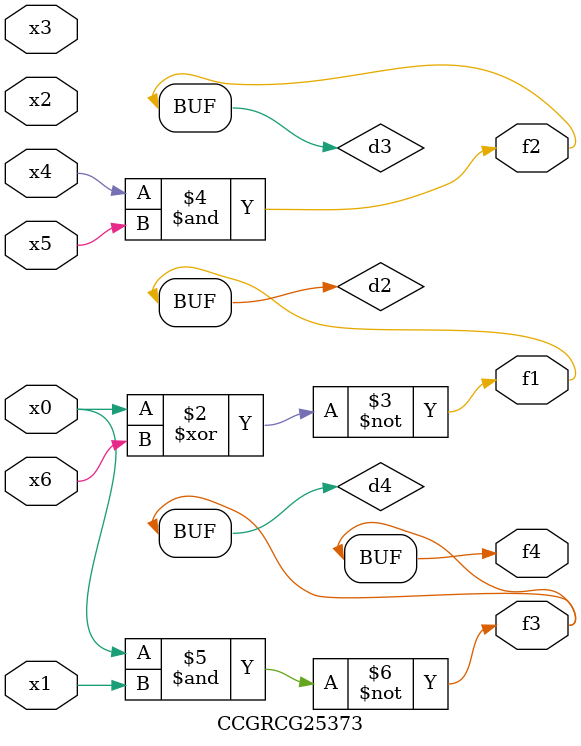
<source format=v>
module CCGRCG25373(
	input x0, x1, x2, x3, x4, x5, x6,
	output f1, f2, f3, f4
);

	wire d1, d2, d3, d4;

	nor (d1, x0);
	xnor (d2, x0, x6);
	and (d3, x4, x5);
	nand (d4, x0, x1);
	assign f1 = d2;
	assign f2 = d3;
	assign f3 = d4;
	assign f4 = d4;
endmodule

</source>
